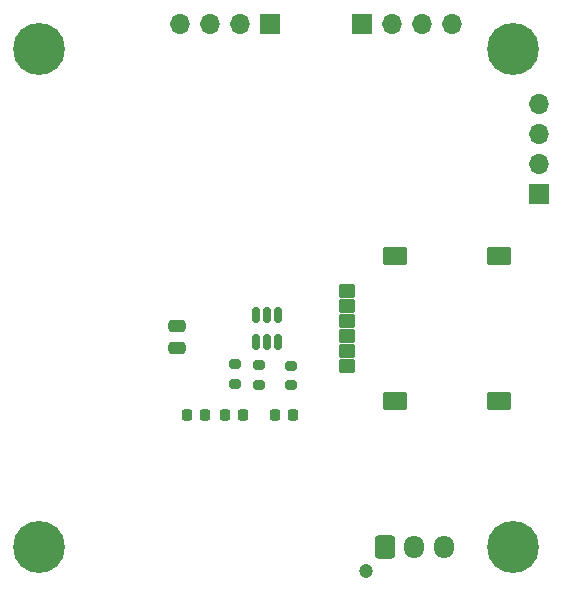
<source format=gbs>
%TF.GenerationSoftware,KiCad,Pcbnew,7.0.9*%
%TF.CreationDate,2024-01-29T23:24:25+02:00*%
%TF.ProjectId,TheftShield_Tracker,54686566-7453-4686-9965-6c645f547261,rev?*%
%TF.SameCoordinates,Original*%
%TF.FileFunction,Soldermask,Bot*%
%TF.FilePolarity,Negative*%
%FSLAX46Y46*%
G04 Gerber Fmt 4.6, Leading zero omitted, Abs format (unit mm)*
G04 Created by KiCad (PCBNEW 7.0.9) date 2024-01-29 23:24:25*
%MOMM*%
%LPD*%
G01*
G04 APERTURE LIST*
G04 Aperture macros list*
%AMRoundRect*
0 Rectangle with rounded corners*
0 $1 Rounding radius*
0 $2 $3 $4 $5 $6 $7 $8 $9 X,Y pos of 4 corners*
0 Add a 4 corners polygon primitive as box body*
4,1,4,$2,$3,$4,$5,$6,$7,$8,$9,$2,$3,0*
0 Add four circle primitives for the rounded corners*
1,1,$1+$1,$2,$3*
1,1,$1+$1,$4,$5*
1,1,$1+$1,$6,$7*
1,1,$1+$1,$8,$9*
0 Add four rect primitives between the rounded corners*
20,1,$1+$1,$2,$3,$4,$5,0*
20,1,$1+$1,$4,$5,$6,$7,0*
20,1,$1+$1,$6,$7,$8,$9,0*
20,1,$1+$1,$8,$9,$2,$3,0*%
G04 Aperture macros list end*
%ADD10R,1.700000X1.700000*%
%ADD11O,1.700000X1.700000*%
%ADD12C,4.400000*%
%ADD13C,1.200000*%
%ADD14RoundRect,0.250000X-0.600000X-0.725000X0.600000X-0.725000X0.600000X0.725000X-0.600000X0.725000X0*%
%ADD15O,1.700000X1.950000*%
%ADD16RoundRect,0.150000X-0.150000X0.512500X-0.150000X-0.512500X0.150000X-0.512500X0.150000X0.512500X0*%
%ADD17RoundRect,0.200000X0.275000X-0.200000X0.275000X0.200000X-0.275000X0.200000X-0.275000X-0.200000X0*%
%ADD18RoundRect,0.225000X0.225000X0.250000X-0.225000X0.250000X-0.225000X-0.250000X0.225000X-0.250000X0*%
%ADD19RoundRect,0.250000X-0.475000X0.250000X-0.475000X-0.250000X0.475000X-0.250000X0.475000X0.250000X0*%
%ADD20RoundRect,0.102000X-0.600000X0.450000X-0.600000X-0.450000X0.600000X-0.450000X0.600000X0.450000X0*%
%ADD21RoundRect,0.102000X-0.900000X0.650000X-0.900000X-0.650000X0.900000X-0.650000X0.900000X0.650000X0*%
G04 APERTURE END LIST*
D10*
%TO.C,J2*%
X175153400Y-93358800D03*
D11*
X175153400Y-90818800D03*
X175153400Y-88278800D03*
X175153400Y-85738800D03*
%TD*%
D12*
%TO.C,H1*%
X173000126Y-81112074D03*
%TD*%
%TO.C,H2*%
X173013400Y-123238800D03*
%TD*%
D10*
%TO.C,J3*%
X152442600Y-78994600D03*
D11*
X149902600Y-78994600D03*
X147362600Y-78994600D03*
X144822600Y-78994600D03*
%TD*%
D13*
%TO.C,J4*%
X160517400Y-125274600D03*
D14*
X162117400Y-123274600D03*
D15*
X164617400Y-123274600D03*
X167117400Y-123274600D03*
%TD*%
D10*
%TO.C,J1*%
X160215000Y-78969200D03*
D11*
X162755000Y-78969200D03*
X165295000Y-78969200D03*
X167835000Y-78969200D03*
%TD*%
D12*
%TO.C,H3*%
X132883400Y-81108800D03*
%TD*%
%TO.C,H4*%
X132883400Y-123228800D03*
%TD*%
D16*
%TO.C,D2*%
X151221400Y-103612100D03*
X152171400Y-103612100D03*
X153121400Y-103612100D03*
X153121400Y-105887100D03*
X152171400Y-105887100D03*
X151221400Y-105887100D03*
%TD*%
D17*
%TO.C,R12*%
X149453600Y-109435400D03*
X149453600Y-107785400D03*
%TD*%
%TO.C,R14*%
X151511000Y-109537000D03*
X151511000Y-107887000D03*
%TD*%
D18*
%TO.C,C15*%
X150152400Y-112090200D03*
X148602400Y-112090200D03*
%TD*%
D19*
%TO.C,C18*%
X144576800Y-104536200D03*
X144576800Y-106436200D03*
%TD*%
D18*
%TO.C,C16*%
X154368800Y-112090200D03*
X152818800Y-112090200D03*
%TD*%
D17*
%TO.C,R13*%
X154178000Y-109562400D03*
X154178000Y-107912400D03*
%TD*%
D20*
%TO.C,J5*%
X158891800Y-101600000D03*
X158891800Y-104140000D03*
X158891800Y-106680000D03*
X158891800Y-102870000D03*
X158891800Y-105410000D03*
X158891800Y-107950000D03*
D21*
X162991800Y-98625000D03*
X162991800Y-110925000D03*
X171791800Y-110925000D03*
X171791800Y-98625000D03*
%TD*%
D18*
%TO.C,C17*%
X146926600Y-112115600D03*
X145376600Y-112115600D03*
%TD*%
M02*

</source>
